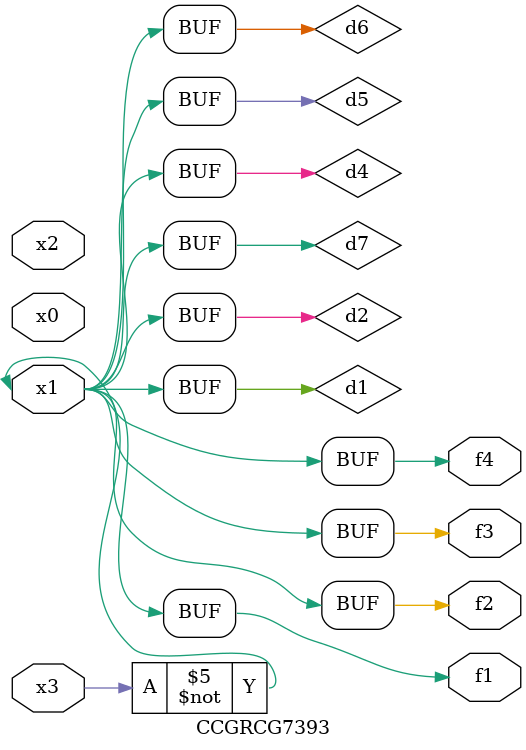
<source format=v>
module CCGRCG7393(
	input x0, x1, x2, x3,
	output f1, f2, f3, f4
);

	wire d1, d2, d3, d4, d5, d6, d7;

	not (d1, x3);
	buf (d2, x1);
	xnor (d3, d1, d2);
	nor (d4, d1);
	buf (d5, d1, d2);
	buf (d6, d4, d5);
	nand (d7, d4);
	assign f1 = d6;
	assign f2 = d7;
	assign f3 = d6;
	assign f4 = d6;
endmodule

</source>
